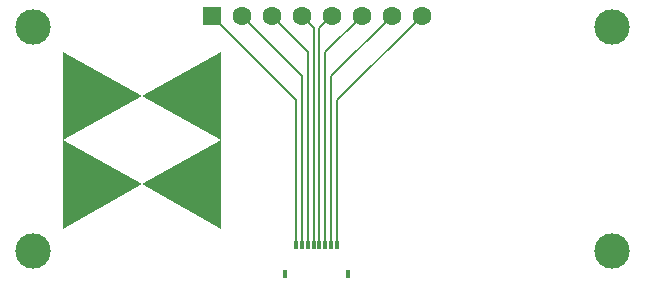
<source format=gtl>
G04*
G04 #@! TF.GenerationSoftware,Altium Limited,Altium Designer,23.8.1 (32)*
G04*
G04 Layer_Physical_Order=1*
G04 Layer_Color=255*
%FSLAX44Y44*%
%MOMM*%
G71*
G04*
G04 #@! TF.SameCoordinates,74A03D58-BA26-460C-9841-76C9F7D9AC81*
G04*
G04*
G04 #@! TF.FilePolarity,Positive*
G04*
G01*
G75*
%ADD12R,0.3000X0.8000*%
%ADD13R,0.4000X0.8000*%
%ADD19C,0.2040*%
%ADD20C,1.6000*%
%ADD21R,1.6000X1.6000*%
%ADD22C,3.0000*%
G36*
X188747Y198868D02*
Y198399D01*
Y198118D01*
Y197649D01*
Y197087D01*
Y196431D01*
Y195681D01*
Y194744D01*
Y193713D01*
Y192495D01*
Y191182D01*
Y189683D01*
Y187996D01*
Y186121D01*
Y183965D01*
Y181716D01*
Y179279D01*
Y176561D01*
Y173656D01*
Y170469D01*
Y167001D01*
Y163346D01*
Y159503D01*
Y155285D01*
Y150787D01*
Y146006D01*
Y140945D01*
Y135603D01*
Y129979D01*
Y123981D01*
X188747Y49000D01*
X121874Y86490D01*
X55000Y49000D01*
X55000Y123981D01*
Y129979D01*
Y135603D01*
Y140945D01*
Y146006D01*
Y150786D01*
Y155285D01*
Y159503D01*
Y163346D01*
Y167001D01*
Y170469D01*
Y173656D01*
Y176561D01*
Y179279D01*
Y181716D01*
Y183965D01*
Y186121D01*
Y187996D01*
Y189683D01*
Y191182D01*
Y192495D01*
Y193713D01*
Y194744D01*
Y195681D01*
Y196431D01*
Y197087D01*
Y197649D01*
Y198118D01*
Y198399D01*
Y198868D01*
Y198962D01*
X121874Y161471D01*
X55000Y123981D01*
X121874Y86490D01*
X188747Y123981D01*
X121874Y161471D01*
X188747Y198962D01*
Y198868D01*
D02*
G37*
D12*
X287500Y35222D02*
D03*
X282500D02*
D03*
X277500D02*
D03*
X272500D02*
D03*
X267500D02*
D03*
X262500D02*
D03*
X257500D02*
D03*
X252500D02*
D03*
D13*
X243000Y10222D02*
D03*
X297000D02*
D03*
D19*
X287500Y157951D02*
X358900Y229351D01*
X287500Y35222D02*
Y157951D01*
X181100Y229351D02*
X252500Y157951D01*
Y35222D02*
Y157951D01*
X282500Y35222D02*
Y178351D01*
X333500Y229351D01*
X272500Y35222D02*
Y219151D01*
X277500Y35222D02*
Y198751D01*
X308100Y229351D01*
X257500Y35222D02*
Y178351D01*
X206500Y229351D02*
X257500Y178351D01*
X267500Y35222D02*
Y219151D01*
X262500Y35222D02*
Y198751D01*
X272500Y219151D02*
X282700Y229351D01*
X231900D02*
X262500Y198751D01*
X257300Y229351D02*
X267500Y219151D01*
D20*
X333500Y229351D02*
D03*
X206500D02*
D03*
X231900D02*
D03*
X308100D02*
D03*
X257300D02*
D03*
X282700D02*
D03*
X358900D02*
D03*
D21*
X181100D02*
D03*
D22*
X520000Y30000D02*
D03*
Y220000D02*
D03*
X30000D02*
D03*
Y30000D02*
D03*
M02*

</source>
